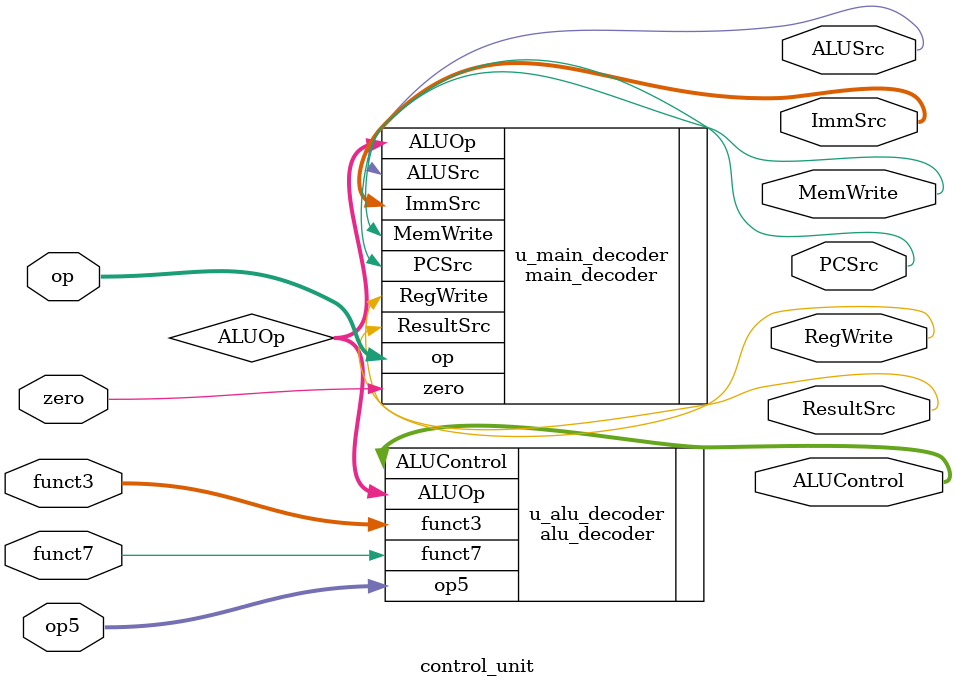
<source format=v>

`include "7.6.0.main_decoder.v"
`include "7.6.1.alu_decoder.v"

module control_unit(zero, op, op5, funct3, funct7, PCSrc, RegWrite, ALUSrc, MemWrite, ResultSrc, ImmSrc, ALUControl);
    input   zero;
    input   [6:0] op;      // opcode from instruction
    input   [7:0] op5;     // 5th opcode bit for ALU decoding
    input   [2:0] funct3;  // funct3 from instruction
    input   funct7;        // funct7[5] from instruction
    output  PCSrc;
    output  RegWrite;
    output  ALUSrc;
    output  MemWrite;
    output  ResultSrc;
    output  [1:0] ImmSrc;
    output  [2:0] ALUControl;

    // intermediate wire for ALUOp from main_decoder
    wire [1:0] ALUOp;

    // instantiate main_decoder
    main_decoder u_main_decoder (
        .zero(zero),
        .op(op),
        .PCSrc(PCSrc),
        .RegWrite(RegWrite),
        .ALUSrc(ALUSrc),
        .MemWrite(MemWrite),
        .ResultSrc(ResultSrc),
        .ImmSrc(ImmSrc),
       .ALUOp(ALUOp)
    );

    // instantiate alu_decoder
    alu_decoder u_alu_decoder (
        .ALUOp(ALUOp),
        .op5(op5),
        .funct3(funct3),
        .funct7(funct7),
        .ALUControl(ALUControl)
    );

endmodule

</source>
